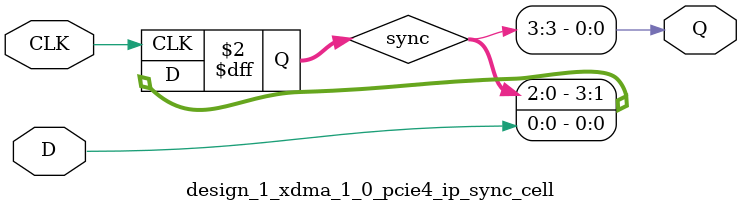
<source format=v>

`timescale 1ps / 1ps

(* DowngradeIPIdentifiedWarnings = "yes" *)
module design_1_xdma_1_0_pcie4_ip_sync_cell #
(
    parameter integer STAGE = 3
)
(
    //-------------------------------------------------------------------------- 
    //  Input Ports
    //-------------------------------------------------------------------------- 
    input                               CLK,
    input                               D,
    
    //-------------------------------------------------------------------------- 
    //  Output Ports
    //-------------------------------------------------------------------------- 
    output                              Q
);
    //-------------------------------------------------------------------------- 
    //  Synchronized Signals
    //--------------------------------------------------------------------------  
    (* ASYNC_REG = "TRUE", SHIFT_EXTRACT = "NO" *) reg [STAGE:0] sync;                                                            



//--------------------------------------------------------------------------------------------------
//  Synchronizier
//--------------------------------------------------------------------------------------------------
always @ (posedge CLK)
begin

    sync <= {sync[(STAGE-1):0], D};
            
end   



//--------------------------------------------------------------------------------------------------
//  Generate Output
//--------------------------------------------------------------------------------------------------
assign Q = sync[STAGE];



endmodule

</source>
